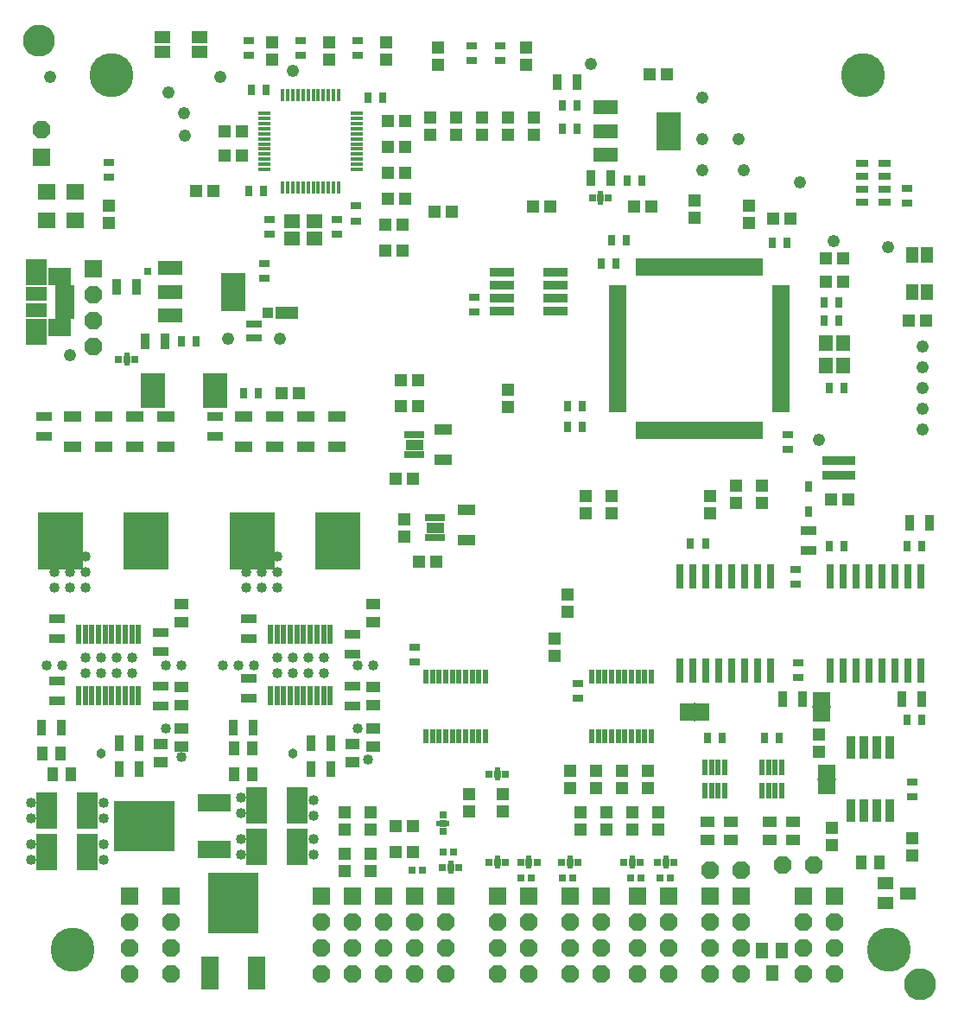
<source format=gbr>
G75*
%MOIN*%
%OFA0B0*%
%FSLAX25Y25*%
%IPPOS*%
%LPD*%
%AMOC8*
5,1,8,0,0,1.08239X$1,22.5*
%
%ADD10C,0.04800*%
%ADD11R,0.12611X0.03753*%
%ADD12R,0.04343X0.03162*%
%ADD13R,0.03162X0.04343*%
%ADD14R,0.03556X0.05918*%
%ADD15R,0.07099X0.04343*%
%ADD16R,0.08300X0.14300*%
%ADD17R,0.05918X0.03556*%
%ADD18R,0.02769X0.03162*%
%ADD19R,0.04737X0.06312*%
%ADD20R,0.06312X0.04737*%
%ADD21R,0.03400X0.08800*%
%ADD22R,0.03162X0.09461*%
%ADD23C,0.05000*%
%ADD24C,0.06706*%
%ADD25R,0.03162X0.03162*%
%ADD26R,0.02375X0.02375*%
%ADD27R,0.02965X0.02965*%
%ADD28R,0.17335X0.22454*%
%ADD29R,0.04737X0.05131*%
%ADD30R,0.05131X0.04737*%
%ADD31R,0.03950X0.05524*%
%ADD32R,0.05524X0.03950*%
%ADD33R,0.04934X0.06312*%
%ADD34R,0.06312X0.04934*%
%ADD35R,0.07100X0.05400*%
%ADD36R,0.07200X0.00600*%
%ADD37C,0.03800*%
%ADD38R,0.06706X0.01942*%
%ADD39R,0.01942X0.06706*%
%ADD40R,0.09500X0.03200*%
%ADD41R,0.01981X0.02572*%
%ADD42R,0.02454X0.05918*%
%ADD43R,0.05131X0.03162*%
%ADD44R,0.01902X0.02769*%
%ADD45R,0.01824X0.04737*%
%ADD46R,0.04737X0.01824*%
%ADD47R,0.02454X0.07808*%
%ADD48R,0.05524X0.06312*%
%ADD49R,0.06312X0.05524*%
%ADD50C,0.17005*%
%ADD51R,0.12611X0.07099*%
%ADD52R,0.23300X0.19800*%
%ADD53R,0.07099X0.12611*%
%ADD54R,0.19800X0.23300*%
%ADD55R,0.05400X0.07100*%
%ADD56R,0.00600X0.07200*%
%ADD57OC8,0.06800*%
%ADD58R,0.09304X0.13202*%
%ADD59R,0.02375X0.05524*%
%ADD60OC8,0.06706*%
%ADD61R,0.06706X0.06706*%
%ADD62R,0.03162X0.03950*%
%ADD63R,0.07099X0.06312*%
%ADD64R,0.09600X0.05600*%
%ADD65R,0.09461X0.14973*%
%ADD66R,0.08674X0.05131*%
%ADD67R,0.03950X0.03950*%
%ADD68R,0.07493X0.02532*%
%ADD69R,0.09068X0.06607*%
%ADD70R,0.08280X0.10150*%
%ADD71R,0.08280X0.05426*%
%ADD72C,0.04000*%
D10*
X0025333Y0251100D03*
X0086233Y0257600D03*
X0106233Y0257600D03*
X0069733Y0335800D03*
X0069333Y0344600D03*
X0063233Y0352600D03*
X0083233Y0358600D03*
X0111233Y0360900D03*
X0017833Y0358300D03*
X0226233Y0363300D03*
X0269233Y0350600D03*
X0269233Y0334600D03*
X0269233Y0322600D03*
X0285233Y0322600D03*
X0283233Y0334600D03*
X0307133Y0317900D03*
X0320133Y0295100D03*
X0341133Y0292700D03*
X0354233Y0254600D03*
X0354233Y0246600D03*
X0354233Y0238600D03*
X0354233Y0230600D03*
X0354233Y0222600D03*
X0314233Y0218600D03*
D11*
X0321957Y0210553D03*
X0321957Y0204647D03*
D12*
X0302233Y0214647D03*
X0302233Y0220553D03*
X0305233Y0168553D03*
X0305233Y0162647D03*
X0306233Y0132553D03*
X0306233Y0126647D03*
X0350233Y0086553D03*
X0350233Y0080647D03*
X0221233Y0118647D03*
X0221233Y0124553D03*
X0158233Y0132647D03*
X0158233Y0138553D03*
X0181233Y0267647D03*
X0181233Y0273553D03*
X0135633Y0302747D03*
X0135633Y0308653D03*
X0128233Y0303553D03*
X0128233Y0297647D03*
X0102233Y0297647D03*
X0102233Y0303553D03*
X0100233Y0286553D03*
X0100233Y0280647D03*
X0040233Y0319647D03*
X0040233Y0325553D03*
X0094233Y0366647D03*
X0094233Y0372553D03*
X0114233Y0372553D03*
X0114233Y0366647D03*
X0136233Y0366647D03*
X0136233Y0372553D03*
X0180233Y0370553D03*
X0180233Y0364647D03*
X0191233Y0364647D03*
X0191233Y0370553D03*
X0348233Y0315553D03*
X0348233Y0309647D03*
D13*
X0322186Y0271600D03*
X0316280Y0271600D03*
X0316280Y0264600D03*
X0322186Y0264600D03*
X0324186Y0238600D03*
X0318280Y0238600D03*
X0302186Y0294600D03*
X0296280Y0294600D03*
X0246186Y0318600D03*
X0240280Y0318600D03*
X0221186Y0338600D03*
X0215280Y0338600D03*
X0215280Y0347600D03*
X0221186Y0347600D03*
X0234280Y0295600D03*
X0240186Y0295600D03*
X0236186Y0286600D03*
X0230280Y0286600D03*
X0223186Y0231600D03*
X0217280Y0231600D03*
X0217280Y0223600D03*
X0223186Y0223600D03*
X0264680Y0178600D03*
X0270586Y0178600D03*
X0318280Y0177600D03*
X0324186Y0177600D03*
X0348280Y0177600D03*
X0354186Y0177600D03*
X0354186Y0110600D03*
X0348280Y0110600D03*
X0299186Y0103600D03*
X0293280Y0103600D03*
X0277186Y0103600D03*
X0271280Y0103600D03*
X0098186Y0236600D03*
X0092280Y0236600D03*
X0074186Y0256600D03*
X0068280Y0256600D03*
X0094280Y0314600D03*
X0100186Y0314600D03*
X0101186Y0353600D03*
X0095280Y0353600D03*
X0140280Y0350600D03*
X0146186Y0350600D03*
D14*
X0213493Y0356600D03*
X0220973Y0356600D03*
X0226493Y0319600D03*
X0233973Y0319600D03*
X0349493Y0186600D03*
X0356973Y0186600D03*
X0353973Y0118600D03*
X0346493Y0118600D03*
X0307973Y0118600D03*
X0300493Y0118600D03*
X0125973Y0101600D03*
X0118493Y0101600D03*
X0118493Y0091600D03*
X0125973Y0091600D03*
X0095973Y0107600D03*
X0088493Y0107600D03*
X0051973Y0101600D03*
X0051973Y0091600D03*
X0044493Y0091600D03*
X0044493Y0101600D03*
X0021973Y0107600D03*
X0014493Y0107600D03*
X0054493Y0256600D03*
X0061973Y0256600D03*
X0050973Y0277600D03*
X0043493Y0277600D03*
D15*
X0038233Y0227309D03*
X0038233Y0215891D03*
X0026233Y0215891D03*
X0026233Y0227309D03*
X0050233Y0227309D03*
X0050233Y0215891D03*
X0062233Y0215891D03*
X0062233Y0227309D03*
X0092233Y0227309D03*
X0092233Y0215891D03*
X0104233Y0215891D03*
X0104233Y0227309D03*
X0116233Y0227309D03*
X0116233Y0215891D03*
X0128233Y0215891D03*
X0128233Y0227309D03*
X0158233Y0216600D03*
X0169233Y0210891D03*
X0169233Y0222309D03*
X0178233Y0191309D03*
X0178233Y0179891D03*
X0166233Y0184600D03*
D16*
X0112983Y0077600D03*
X0097483Y0077600D03*
X0097483Y0061600D03*
X0112983Y0061600D03*
X0031983Y0059600D03*
X0016483Y0059600D03*
X0016483Y0075600D03*
X0031983Y0075600D03*
D17*
X0020233Y0117860D03*
X0020233Y0125340D03*
X0020233Y0141860D03*
X0020233Y0149340D03*
X0060233Y0144140D03*
X0060233Y0136660D03*
X0060233Y0123340D03*
X0060233Y0115860D03*
X0094233Y0118860D03*
X0094233Y0126340D03*
X0094233Y0141860D03*
X0094233Y0149340D03*
X0134233Y0143340D03*
X0134233Y0135860D03*
X0134233Y0123340D03*
X0134233Y0115860D03*
X0081233Y0219860D03*
X0081233Y0227340D03*
X0015233Y0227340D03*
X0015233Y0219860D03*
X0310233Y0183340D03*
X0310233Y0175860D03*
D18*
X0257002Y0049500D03*
X0253065Y0049500D03*
X0245602Y0049500D03*
X0241665Y0049500D03*
X0219202Y0049600D03*
X0215265Y0049600D03*
X0203202Y0049600D03*
X0199265Y0049600D03*
X0173202Y0059600D03*
X0169265Y0059600D03*
X0161202Y0052600D03*
X0157265Y0052600D03*
D19*
X0292493Y0021431D03*
X0299973Y0021431D03*
X0296233Y0012769D03*
D20*
X0339902Y0039860D03*
X0339902Y0047340D03*
X0348564Y0043600D03*
D21*
X0341733Y0075500D03*
X0336733Y0075500D03*
X0331733Y0075500D03*
X0326733Y0075500D03*
X0326733Y0099700D03*
X0331733Y0099700D03*
X0336733Y0099700D03*
X0341733Y0099700D03*
D22*
X0343733Y0129490D03*
X0338733Y0129490D03*
X0333733Y0129490D03*
X0328733Y0129490D03*
X0323733Y0129490D03*
X0318733Y0129490D03*
X0295733Y0129490D03*
X0290733Y0129490D03*
X0285733Y0129490D03*
X0280733Y0129490D03*
X0275733Y0129490D03*
X0270733Y0129490D03*
X0265733Y0129490D03*
X0260733Y0129490D03*
X0260733Y0165710D03*
X0265733Y0165710D03*
X0270733Y0165710D03*
X0275733Y0165710D03*
X0280733Y0165710D03*
X0285733Y0165710D03*
X0290733Y0165710D03*
X0295733Y0165710D03*
X0318733Y0165710D03*
X0323733Y0165710D03*
X0328733Y0165710D03*
X0333733Y0165710D03*
X0338733Y0165710D03*
X0343733Y0165710D03*
X0348733Y0165710D03*
X0353733Y0165710D03*
X0353733Y0129490D03*
X0348733Y0129490D03*
D23*
X0349668Y0008600D02*
X0349670Y0008719D01*
X0349676Y0008838D01*
X0349686Y0008957D01*
X0349700Y0009075D01*
X0349718Y0009193D01*
X0349739Y0009310D01*
X0349765Y0009426D01*
X0349795Y0009542D01*
X0349828Y0009656D01*
X0349865Y0009769D01*
X0349906Y0009881D01*
X0349951Y0009992D01*
X0349999Y0010101D01*
X0350051Y0010208D01*
X0350107Y0010313D01*
X0350166Y0010417D01*
X0350228Y0010518D01*
X0350294Y0010618D01*
X0350363Y0010715D01*
X0350435Y0010809D01*
X0350511Y0010902D01*
X0350589Y0010991D01*
X0350670Y0011078D01*
X0350755Y0011163D01*
X0350842Y0011244D01*
X0350931Y0011322D01*
X0351024Y0011398D01*
X0351118Y0011470D01*
X0351215Y0011539D01*
X0351315Y0011605D01*
X0351416Y0011667D01*
X0351520Y0011726D01*
X0351625Y0011782D01*
X0351732Y0011834D01*
X0351841Y0011882D01*
X0351952Y0011927D01*
X0352064Y0011968D01*
X0352177Y0012005D01*
X0352291Y0012038D01*
X0352407Y0012068D01*
X0352523Y0012094D01*
X0352640Y0012115D01*
X0352758Y0012133D01*
X0352876Y0012147D01*
X0352995Y0012157D01*
X0353114Y0012163D01*
X0353233Y0012165D01*
X0353352Y0012163D01*
X0353471Y0012157D01*
X0353590Y0012147D01*
X0353708Y0012133D01*
X0353826Y0012115D01*
X0353943Y0012094D01*
X0354059Y0012068D01*
X0354175Y0012038D01*
X0354289Y0012005D01*
X0354402Y0011968D01*
X0354514Y0011927D01*
X0354625Y0011882D01*
X0354734Y0011834D01*
X0354841Y0011782D01*
X0354946Y0011726D01*
X0355050Y0011667D01*
X0355151Y0011605D01*
X0355251Y0011539D01*
X0355348Y0011470D01*
X0355442Y0011398D01*
X0355535Y0011322D01*
X0355624Y0011244D01*
X0355711Y0011163D01*
X0355796Y0011078D01*
X0355877Y0010991D01*
X0355955Y0010902D01*
X0356031Y0010809D01*
X0356103Y0010715D01*
X0356172Y0010618D01*
X0356238Y0010518D01*
X0356300Y0010417D01*
X0356359Y0010313D01*
X0356415Y0010208D01*
X0356467Y0010101D01*
X0356515Y0009992D01*
X0356560Y0009881D01*
X0356601Y0009769D01*
X0356638Y0009656D01*
X0356671Y0009542D01*
X0356701Y0009426D01*
X0356727Y0009310D01*
X0356748Y0009193D01*
X0356766Y0009075D01*
X0356780Y0008957D01*
X0356790Y0008838D01*
X0356796Y0008719D01*
X0356798Y0008600D01*
X0356796Y0008481D01*
X0356790Y0008362D01*
X0356780Y0008243D01*
X0356766Y0008125D01*
X0356748Y0008007D01*
X0356727Y0007890D01*
X0356701Y0007774D01*
X0356671Y0007658D01*
X0356638Y0007544D01*
X0356601Y0007431D01*
X0356560Y0007319D01*
X0356515Y0007208D01*
X0356467Y0007099D01*
X0356415Y0006992D01*
X0356359Y0006887D01*
X0356300Y0006783D01*
X0356238Y0006682D01*
X0356172Y0006582D01*
X0356103Y0006485D01*
X0356031Y0006391D01*
X0355955Y0006298D01*
X0355877Y0006209D01*
X0355796Y0006122D01*
X0355711Y0006037D01*
X0355624Y0005956D01*
X0355535Y0005878D01*
X0355442Y0005802D01*
X0355348Y0005730D01*
X0355251Y0005661D01*
X0355151Y0005595D01*
X0355050Y0005533D01*
X0354946Y0005474D01*
X0354841Y0005418D01*
X0354734Y0005366D01*
X0354625Y0005318D01*
X0354514Y0005273D01*
X0354402Y0005232D01*
X0354289Y0005195D01*
X0354175Y0005162D01*
X0354059Y0005132D01*
X0353943Y0005106D01*
X0353826Y0005085D01*
X0353708Y0005067D01*
X0353590Y0005053D01*
X0353471Y0005043D01*
X0353352Y0005037D01*
X0353233Y0005035D01*
X0353114Y0005037D01*
X0352995Y0005043D01*
X0352876Y0005053D01*
X0352758Y0005067D01*
X0352640Y0005085D01*
X0352523Y0005106D01*
X0352407Y0005132D01*
X0352291Y0005162D01*
X0352177Y0005195D01*
X0352064Y0005232D01*
X0351952Y0005273D01*
X0351841Y0005318D01*
X0351732Y0005366D01*
X0351625Y0005418D01*
X0351520Y0005474D01*
X0351416Y0005533D01*
X0351315Y0005595D01*
X0351215Y0005661D01*
X0351118Y0005730D01*
X0351024Y0005802D01*
X0350931Y0005878D01*
X0350842Y0005956D01*
X0350755Y0006037D01*
X0350670Y0006122D01*
X0350589Y0006209D01*
X0350511Y0006298D01*
X0350435Y0006391D01*
X0350363Y0006485D01*
X0350294Y0006582D01*
X0350228Y0006682D01*
X0350166Y0006783D01*
X0350107Y0006887D01*
X0350051Y0006992D01*
X0349999Y0007099D01*
X0349951Y0007208D01*
X0349906Y0007319D01*
X0349865Y0007431D01*
X0349828Y0007544D01*
X0349795Y0007658D01*
X0349765Y0007774D01*
X0349739Y0007890D01*
X0349718Y0008007D01*
X0349700Y0008125D01*
X0349686Y0008243D01*
X0349676Y0008362D01*
X0349670Y0008481D01*
X0349668Y0008600D01*
X0009668Y0372600D02*
X0009670Y0372719D01*
X0009676Y0372838D01*
X0009686Y0372957D01*
X0009700Y0373075D01*
X0009718Y0373193D01*
X0009739Y0373310D01*
X0009765Y0373426D01*
X0009795Y0373542D01*
X0009828Y0373656D01*
X0009865Y0373769D01*
X0009906Y0373881D01*
X0009951Y0373992D01*
X0009999Y0374101D01*
X0010051Y0374208D01*
X0010107Y0374313D01*
X0010166Y0374417D01*
X0010228Y0374518D01*
X0010294Y0374618D01*
X0010363Y0374715D01*
X0010435Y0374809D01*
X0010511Y0374902D01*
X0010589Y0374991D01*
X0010670Y0375078D01*
X0010755Y0375163D01*
X0010842Y0375244D01*
X0010931Y0375322D01*
X0011024Y0375398D01*
X0011118Y0375470D01*
X0011215Y0375539D01*
X0011315Y0375605D01*
X0011416Y0375667D01*
X0011520Y0375726D01*
X0011625Y0375782D01*
X0011732Y0375834D01*
X0011841Y0375882D01*
X0011952Y0375927D01*
X0012064Y0375968D01*
X0012177Y0376005D01*
X0012291Y0376038D01*
X0012407Y0376068D01*
X0012523Y0376094D01*
X0012640Y0376115D01*
X0012758Y0376133D01*
X0012876Y0376147D01*
X0012995Y0376157D01*
X0013114Y0376163D01*
X0013233Y0376165D01*
X0013352Y0376163D01*
X0013471Y0376157D01*
X0013590Y0376147D01*
X0013708Y0376133D01*
X0013826Y0376115D01*
X0013943Y0376094D01*
X0014059Y0376068D01*
X0014175Y0376038D01*
X0014289Y0376005D01*
X0014402Y0375968D01*
X0014514Y0375927D01*
X0014625Y0375882D01*
X0014734Y0375834D01*
X0014841Y0375782D01*
X0014946Y0375726D01*
X0015050Y0375667D01*
X0015151Y0375605D01*
X0015251Y0375539D01*
X0015348Y0375470D01*
X0015442Y0375398D01*
X0015535Y0375322D01*
X0015624Y0375244D01*
X0015711Y0375163D01*
X0015796Y0375078D01*
X0015877Y0374991D01*
X0015955Y0374902D01*
X0016031Y0374809D01*
X0016103Y0374715D01*
X0016172Y0374618D01*
X0016238Y0374518D01*
X0016300Y0374417D01*
X0016359Y0374313D01*
X0016415Y0374208D01*
X0016467Y0374101D01*
X0016515Y0373992D01*
X0016560Y0373881D01*
X0016601Y0373769D01*
X0016638Y0373656D01*
X0016671Y0373542D01*
X0016701Y0373426D01*
X0016727Y0373310D01*
X0016748Y0373193D01*
X0016766Y0373075D01*
X0016780Y0372957D01*
X0016790Y0372838D01*
X0016796Y0372719D01*
X0016798Y0372600D01*
X0016796Y0372481D01*
X0016790Y0372362D01*
X0016780Y0372243D01*
X0016766Y0372125D01*
X0016748Y0372007D01*
X0016727Y0371890D01*
X0016701Y0371774D01*
X0016671Y0371658D01*
X0016638Y0371544D01*
X0016601Y0371431D01*
X0016560Y0371319D01*
X0016515Y0371208D01*
X0016467Y0371099D01*
X0016415Y0370992D01*
X0016359Y0370887D01*
X0016300Y0370783D01*
X0016238Y0370682D01*
X0016172Y0370582D01*
X0016103Y0370485D01*
X0016031Y0370391D01*
X0015955Y0370298D01*
X0015877Y0370209D01*
X0015796Y0370122D01*
X0015711Y0370037D01*
X0015624Y0369956D01*
X0015535Y0369878D01*
X0015442Y0369802D01*
X0015348Y0369730D01*
X0015251Y0369661D01*
X0015151Y0369595D01*
X0015050Y0369533D01*
X0014946Y0369474D01*
X0014841Y0369418D01*
X0014734Y0369366D01*
X0014625Y0369318D01*
X0014514Y0369273D01*
X0014402Y0369232D01*
X0014289Y0369195D01*
X0014175Y0369162D01*
X0014059Y0369132D01*
X0013943Y0369106D01*
X0013826Y0369085D01*
X0013708Y0369067D01*
X0013590Y0369053D01*
X0013471Y0369043D01*
X0013352Y0369037D01*
X0013233Y0369035D01*
X0013114Y0369037D01*
X0012995Y0369043D01*
X0012876Y0369053D01*
X0012758Y0369067D01*
X0012640Y0369085D01*
X0012523Y0369106D01*
X0012407Y0369132D01*
X0012291Y0369162D01*
X0012177Y0369195D01*
X0012064Y0369232D01*
X0011952Y0369273D01*
X0011841Y0369318D01*
X0011732Y0369366D01*
X0011625Y0369418D01*
X0011520Y0369474D01*
X0011416Y0369533D01*
X0011315Y0369595D01*
X0011215Y0369661D01*
X0011118Y0369730D01*
X0011024Y0369802D01*
X0010931Y0369878D01*
X0010842Y0369956D01*
X0010755Y0370037D01*
X0010670Y0370122D01*
X0010589Y0370209D01*
X0010511Y0370298D01*
X0010435Y0370391D01*
X0010363Y0370485D01*
X0010294Y0370582D01*
X0010228Y0370682D01*
X0010166Y0370783D01*
X0010107Y0370887D01*
X0010051Y0370992D01*
X0009999Y0371099D01*
X0009951Y0371208D01*
X0009906Y0371319D01*
X0009865Y0371431D01*
X0009828Y0371544D01*
X0009795Y0371658D01*
X0009765Y0371774D01*
X0009739Y0371890D01*
X0009718Y0372007D01*
X0009700Y0372125D01*
X0009686Y0372243D01*
X0009676Y0372362D01*
X0009670Y0372481D01*
X0009668Y0372600D01*
D24*
X0013233Y0372600D03*
X0353233Y0008600D03*
D25*
X0258383Y0055600D03*
X0252083Y0055600D03*
X0245383Y0055600D03*
X0239083Y0055600D03*
X0221383Y0055600D03*
X0215083Y0055600D03*
X0205583Y0055600D03*
X0199283Y0055600D03*
X0193383Y0055600D03*
X0187083Y0055600D03*
X0175383Y0053600D03*
X0169083Y0053600D03*
X0169233Y0067450D03*
X0169233Y0073750D03*
X0187083Y0089600D03*
X0193383Y0089600D03*
X0050383Y0249600D03*
X0044083Y0249600D03*
X0226883Y0311800D03*
X0233183Y0311800D03*
D26*
X0230033Y0313375D03*
X0230033Y0310225D03*
X0047233Y0251175D03*
X0047233Y0248025D03*
X0190233Y0091175D03*
X0190233Y0088025D03*
X0170808Y0070600D03*
X0167658Y0070600D03*
X0172233Y0055175D03*
X0172233Y0052025D03*
X0190233Y0054025D03*
X0190233Y0057175D03*
X0202433Y0057175D03*
X0202433Y0054025D03*
X0218233Y0054025D03*
X0218233Y0057175D03*
X0242233Y0057175D03*
X0242233Y0054025D03*
X0255233Y0054025D03*
X0255233Y0057175D03*
D27*
X0255233Y0055600D03*
X0242233Y0055600D03*
X0218233Y0055600D03*
X0202433Y0055600D03*
X0190233Y0055600D03*
X0172233Y0053600D03*
X0169233Y0070600D03*
X0190233Y0089600D03*
X0167808Y0184600D03*
X0164658Y0184600D03*
X0159808Y0216600D03*
X0156658Y0216600D03*
X0230033Y0311800D03*
X0055233Y0283600D03*
X0047233Y0249600D03*
D28*
X0054792Y0179600D03*
X0021715Y0179600D03*
X0095715Y0179600D03*
X0128792Y0179600D03*
D29*
X0154233Y0181254D03*
X0154233Y0187946D03*
X0194233Y0231254D03*
X0194233Y0237946D03*
X0224233Y0196946D03*
X0224233Y0190254D03*
X0234233Y0190254D03*
X0234233Y0196946D03*
X0272233Y0196946D03*
X0272233Y0190254D03*
X0282233Y0194254D03*
X0282233Y0200946D03*
X0292233Y0200946D03*
X0292233Y0194254D03*
X0217233Y0158946D03*
X0217233Y0152254D03*
X0212233Y0141946D03*
X0212233Y0135254D03*
X0218233Y0090946D03*
X0218233Y0084254D03*
X0228233Y0084254D03*
X0228233Y0090946D03*
X0238233Y0090946D03*
X0238233Y0084254D03*
X0248233Y0084254D03*
X0248233Y0090946D03*
X0252233Y0074946D03*
X0252233Y0068254D03*
X0242233Y0068254D03*
X0242233Y0074946D03*
X0232233Y0074946D03*
X0232233Y0068254D03*
X0222233Y0068254D03*
X0222233Y0074946D03*
X0192233Y0075254D03*
X0192233Y0081946D03*
X0179233Y0081946D03*
X0179233Y0075254D03*
X0141233Y0074946D03*
X0141233Y0068254D03*
X0141233Y0058946D03*
X0141233Y0052254D03*
X0131233Y0052254D03*
X0131233Y0058946D03*
X0131233Y0068254D03*
X0131233Y0074946D03*
X0314233Y0098254D03*
X0314233Y0104946D03*
X0319233Y0068946D03*
X0319233Y0062254D03*
X0350233Y0064946D03*
X0350233Y0058254D03*
X0287233Y0302254D03*
X0287233Y0308946D03*
X0266233Y0310946D03*
X0266233Y0304254D03*
X0204233Y0336254D03*
X0204233Y0342946D03*
X0194233Y0342946D03*
X0194233Y0336254D03*
X0184233Y0336254D03*
X0184233Y0342946D03*
X0174233Y0342946D03*
X0174233Y0336254D03*
X0164233Y0336254D03*
X0164233Y0342946D03*
X0167233Y0363254D03*
X0167233Y0369946D03*
X0147233Y0371746D03*
X0147233Y0365054D03*
X0125233Y0365054D03*
X0125233Y0371746D03*
X0103233Y0371746D03*
X0103233Y0365054D03*
X0040233Y0308946D03*
X0040233Y0302254D03*
X0201233Y0363254D03*
X0201233Y0369946D03*
D30*
X0248887Y0359600D03*
X0255580Y0359600D03*
X0249580Y0308600D03*
X0242887Y0308600D03*
X0210580Y0308600D03*
X0203887Y0308600D03*
X0172580Y0306600D03*
X0165887Y0306600D03*
X0154580Y0311600D03*
X0147887Y0311600D03*
X0147887Y0321600D03*
X0154580Y0321600D03*
X0154580Y0331600D03*
X0147887Y0331600D03*
X0147887Y0341600D03*
X0154580Y0341600D03*
X0153580Y0301600D03*
X0146887Y0301600D03*
X0146887Y0291600D03*
X0153580Y0291600D03*
X0152887Y0241600D03*
X0159580Y0241600D03*
X0159580Y0231600D03*
X0152887Y0231600D03*
X0150887Y0203600D03*
X0157580Y0203600D03*
X0159887Y0171600D03*
X0166580Y0171600D03*
X0113580Y0236600D03*
X0106887Y0236600D03*
X0080580Y0314600D03*
X0073887Y0314600D03*
X0084887Y0328000D03*
X0091580Y0328000D03*
X0091580Y0337600D03*
X0084887Y0337600D03*
X0296787Y0303700D03*
X0303480Y0303700D03*
X0316887Y0288600D03*
X0323580Y0288600D03*
X0323580Y0279600D03*
X0316887Y0279600D03*
X0348887Y0264600D03*
X0355580Y0264600D03*
X0325580Y0195600D03*
X0318887Y0195600D03*
X0157580Y0069600D03*
X0150887Y0069600D03*
X0150887Y0059600D03*
X0157580Y0059600D03*
D31*
X0095776Y0089600D03*
X0088690Y0089600D03*
X0088690Y0099600D03*
X0095776Y0099600D03*
X0025776Y0089600D03*
X0018690Y0089600D03*
X0021776Y0097600D03*
X0014690Y0097600D03*
X0330690Y0055600D03*
X0337776Y0055600D03*
D32*
X0304233Y0064057D03*
X0304233Y0071143D03*
X0295233Y0071143D03*
X0295233Y0064057D03*
X0280233Y0064057D03*
X0280233Y0071143D03*
X0271233Y0071143D03*
X0271233Y0064057D03*
X0142233Y0100057D03*
X0142233Y0107143D03*
X0134233Y0101143D03*
X0134233Y0094057D03*
X0142233Y0116057D03*
X0142233Y0123143D03*
X0142233Y0148057D03*
X0142233Y0155143D03*
X0068233Y0155143D03*
X0068233Y0148057D03*
X0068233Y0123143D03*
X0068233Y0116057D03*
X0068233Y0107143D03*
X0068233Y0100057D03*
X0060233Y0101143D03*
X0060233Y0094057D03*
D33*
X0350379Y0275513D03*
X0356087Y0275513D03*
X0356087Y0289687D03*
X0350379Y0289687D03*
D34*
X0075320Y0368146D03*
X0075320Y0373854D03*
X0061146Y0373854D03*
X0061146Y0368146D03*
D35*
X0315233Y0118600D03*
X0315233Y0112600D03*
X0317233Y0090600D03*
X0317233Y0084600D03*
D36*
X0317233Y0087600D03*
X0315233Y0115600D03*
D37*
X0111233Y0097600D03*
X0037233Y0097600D03*
D38*
X0236737Y0229978D03*
X0236737Y0231946D03*
X0236737Y0233915D03*
X0236737Y0235883D03*
X0236737Y0237852D03*
X0236737Y0239820D03*
X0236737Y0241789D03*
X0236737Y0243757D03*
X0236737Y0245726D03*
X0236737Y0247694D03*
X0236737Y0249663D03*
X0236737Y0251631D03*
X0236737Y0253600D03*
X0236737Y0255569D03*
X0236737Y0257537D03*
X0236737Y0259506D03*
X0236737Y0261474D03*
X0236737Y0263443D03*
X0236737Y0265411D03*
X0236737Y0267380D03*
X0236737Y0269348D03*
X0236737Y0271317D03*
X0236737Y0273285D03*
X0236737Y0275254D03*
X0236737Y0277222D03*
X0299729Y0277222D03*
X0299729Y0275254D03*
X0299729Y0273285D03*
X0299729Y0271317D03*
X0299729Y0269348D03*
X0299729Y0267380D03*
X0299729Y0265411D03*
X0299729Y0263443D03*
X0299729Y0261474D03*
X0299729Y0259506D03*
X0299729Y0257537D03*
X0299729Y0255569D03*
X0299729Y0253600D03*
X0299729Y0251631D03*
X0299729Y0249663D03*
X0299729Y0247694D03*
X0299729Y0245726D03*
X0299729Y0243757D03*
X0299729Y0241789D03*
X0299729Y0239820D03*
X0299729Y0237852D03*
X0299729Y0235883D03*
X0299729Y0233915D03*
X0299729Y0231946D03*
X0299729Y0229978D03*
D39*
X0291855Y0222104D03*
X0289887Y0222104D03*
X0287918Y0222104D03*
X0285950Y0222104D03*
X0283981Y0222104D03*
X0282013Y0222104D03*
X0280044Y0222104D03*
X0278076Y0222104D03*
X0276107Y0222104D03*
X0274139Y0222104D03*
X0272170Y0222104D03*
X0270202Y0222104D03*
X0268233Y0222104D03*
X0266265Y0222104D03*
X0264296Y0222104D03*
X0262328Y0222104D03*
X0260359Y0222104D03*
X0258391Y0222104D03*
X0256422Y0222104D03*
X0254454Y0222104D03*
X0252485Y0222104D03*
X0250517Y0222104D03*
X0248548Y0222104D03*
X0246580Y0222104D03*
X0244611Y0222104D03*
X0244611Y0285096D03*
X0246580Y0285096D03*
X0248548Y0285096D03*
X0250517Y0285096D03*
X0252485Y0285096D03*
X0254454Y0285096D03*
X0256422Y0285096D03*
X0258391Y0285096D03*
X0260359Y0285096D03*
X0262328Y0285096D03*
X0264296Y0285096D03*
X0266265Y0285096D03*
X0268233Y0285096D03*
X0270202Y0285096D03*
X0272170Y0285096D03*
X0274139Y0285096D03*
X0276107Y0285096D03*
X0278076Y0285096D03*
X0280044Y0285096D03*
X0282013Y0285096D03*
X0283981Y0285096D03*
X0285950Y0285096D03*
X0287918Y0285096D03*
X0289887Y0285096D03*
X0291855Y0285096D03*
D40*
X0212533Y0283100D03*
X0212533Y0278100D03*
X0212533Y0273100D03*
X0212533Y0268100D03*
X0191933Y0268100D03*
X0191933Y0273100D03*
X0191933Y0278100D03*
X0191933Y0283100D03*
D41*
X0098202Y0263257D03*
X0096233Y0263257D03*
X0094265Y0263257D03*
X0094265Y0257943D03*
X0096233Y0257943D03*
X0098202Y0257943D03*
D42*
X0270394Y0092226D03*
X0272954Y0092226D03*
X0275513Y0092226D03*
X0278072Y0092226D03*
X0278072Y0082974D03*
X0275513Y0082974D03*
X0272954Y0082974D03*
X0270394Y0082974D03*
X0292394Y0082974D03*
X0294954Y0082974D03*
X0297513Y0082974D03*
X0300072Y0082974D03*
X0300072Y0092226D03*
X0297513Y0092226D03*
X0294954Y0092226D03*
X0292394Y0092226D03*
D43*
X0330902Y0310218D03*
X0330902Y0315139D03*
X0330902Y0320061D03*
X0330902Y0324982D03*
X0339564Y0324982D03*
X0339564Y0320061D03*
X0339564Y0315139D03*
X0339564Y0310218D03*
D44*
X0169186Y0188340D03*
X0167217Y0188340D03*
X0165249Y0188340D03*
X0163280Y0188340D03*
X0163280Y0180860D03*
X0165249Y0180860D03*
X0167217Y0180860D03*
X0169186Y0180860D03*
X0161186Y0212860D03*
X0159217Y0212860D03*
X0157249Y0212860D03*
X0155280Y0212860D03*
X0155280Y0220340D03*
X0157249Y0220340D03*
X0159217Y0220340D03*
X0161186Y0220340D03*
D45*
X0129060Y0315883D03*
X0127091Y0315883D03*
X0125123Y0315883D03*
X0123154Y0315883D03*
X0121186Y0315883D03*
X0119217Y0315883D03*
X0117249Y0315883D03*
X0115280Y0315883D03*
X0113312Y0315883D03*
X0111343Y0315883D03*
X0109375Y0315883D03*
X0107406Y0315883D03*
X0107406Y0351317D03*
X0109375Y0351317D03*
X0111343Y0351317D03*
X0113312Y0351317D03*
X0115280Y0351317D03*
X0117249Y0351317D03*
X0119217Y0351317D03*
X0121186Y0351317D03*
X0123154Y0351317D03*
X0125123Y0351317D03*
X0127091Y0351317D03*
X0129060Y0351317D03*
D46*
X0135950Y0344427D03*
X0135950Y0342458D03*
X0135950Y0340490D03*
X0135950Y0338521D03*
X0135950Y0336553D03*
X0135950Y0334584D03*
X0135950Y0332616D03*
X0135950Y0330647D03*
X0135950Y0328679D03*
X0135950Y0326710D03*
X0135950Y0324742D03*
X0135950Y0322773D03*
X0100517Y0322773D03*
X0100517Y0324742D03*
X0100517Y0326710D03*
X0100517Y0328679D03*
X0100517Y0330647D03*
X0100517Y0332616D03*
X0100517Y0334584D03*
X0100517Y0336553D03*
X0100517Y0338521D03*
X0100517Y0340490D03*
X0100517Y0342458D03*
X0100517Y0344427D03*
D47*
X0102690Y0143313D03*
X0105253Y0143313D03*
X0107839Y0143313D03*
X0110379Y0143330D03*
X0112965Y0143330D03*
X0115505Y0143330D03*
X0118091Y0143313D03*
X0120650Y0143313D03*
X0123209Y0143313D03*
X0125769Y0143313D03*
X0125765Y0119868D03*
X0123198Y0119868D03*
X0120631Y0119868D03*
X0118068Y0119887D03*
X0115509Y0119887D03*
X0112950Y0119887D03*
X0110391Y0119887D03*
X0107831Y0119887D03*
X0105272Y0119887D03*
X0102713Y0119887D03*
X0051765Y0119868D03*
X0049198Y0119868D03*
X0046631Y0119868D03*
X0044068Y0119887D03*
X0041509Y0119887D03*
X0038950Y0119887D03*
X0036391Y0119887D03*
X0033831Y0119887D03*
X0031272Y0119887D03*
X0028713Y0119887D03*
X0028690Y0143313D03*
X0031253Y0143313D03*
X0033839Y0143313D03*
X0036379Y0143330D03*
X0038965Y0143330D03*
X0041505Y0143330D03*
X0044091Y0143313D03*
X0046650Y0143313D03*
X0049209Y0143313D03*
X0051769Y0143313D03*
D48*
X0316887Y0247269D03*
X0323580Y0247269D03*
X0323580Y0255931D03*
X0316887Y0255931D03*
D49*
X0119564Y0296254D03*
X0119564Y0302946D03*
X0110902Y0302946D03*
X0110902Y0296254D03*
D50*
X0026312Y0021679D03*
X0341272Y0021679D03*
X0331430Y0359080D03*
X0041272Y0359080D03*
D51*
X0081139Y0078576D03*
X0081139Y0060624D03*
D52*
X0053981Y0069600D03*
D53*
X0079257Y0012694D03*
X0097209Y0012694D03*
D54*
X0088233Y0039852D03*
D55*
X0263233Y0113600D03*
X0269233Y0113600D03*
D56*
X0266233Y0113600D03*
D57*
X0272233Y0052600D03*
X0284233Y0052600D03*
X0300233Y0054600D03*
X0312233Y0054600D03*
D58*
X0081241Y0237600D03*
X0057225Y0237600D03*
D59*
X0162717Y0127017D03*
X0165276Y0127017D03*
X0167835Y0127017D03*
X0170394Y0127017D03*
X0172954Y0127017D03*
X0175513Y0127017D03*
X0178072Y0127017D03*
X0180631Y0127017D03*
X0183190Y0127017D03*
X0185749Y0127017D03*
X0185749Y0104183D03*
X0183190Y0104183D03*
X0180631Y0104183D03*
X0178072Y0104183D03*
X0175513Y0104183D03*
X0172954Y0104183D03*
X0170394Y0104183D03*
X0167835Y0104183D03*
X0165276Y0104183D03*
X0162717Y0104183D03*
X0226717Y0104183D03*
X0229276Y0104183D03*
X0231835Y0104183D03*
X0234394Y0104183D03*
X0236954Y0104183D03*
X0239513Y0104183D03*
X0242072Y0104183D03*
X0244631Y0104183D03*
X0247190Y0104183D03*
X0249749Y0104183D03*
X0249749Y0127017D03*
X0247190Y0127017D03*
X0244631Y0127017D03*
X0242072Y0127017D03*
X0239513Y0127017D03*
X0236954Y0127017D03*
X0234394Y0127017D03*
X0231835Y0127017D03*
X0229276Y0127017D03*
X0226717Y0127017D03*
D60*
X0230233Y0032600D03*
X0230233Y0022600D03*
X0230233Y0012600D03*
X0244233Y0012600D03*
X0244233Y0022600D03*
X0244233Y0032600D03*
X0256233Y0032600D03*
X0256233Y0022600D03*
X0256233Y0012600D03*
X0272233Y0012600D03*
X0272233Y0022600D03*
X0272233Y0032600D03*
X0284233Y0032600D03*
X0284233Y0022600D03*
X0284233Y0012600D03*
X0308233Y0012600D03*
X0308233Y0022600D03*
X0308233Y0032600D03*
X0320233Y0032600D03*
X0320233Y0022600D03*
X0320233Y0012600D03*
X0218233Y0012600D03*
X0218233Y0022600D03*
X0218233Y0032600D03*
X0202233Y0032600D03*
X0202233Y0022600D03*
X0202233Y0012600D03*
X0190233Y0012600D03*
X0190233Y0022600D03*
X0190233Y0032600D03*
X0170233Y0032600D03*
X0170233Y0022600D03*
X0170233Y0012600D03*
X0158233Y0012600D03*
X0158233Y0022600D03*
X0158233Y0032600D03*
X0146233Y0032600D03*
X0146233Y0022600D03*
X0146233Y0012600D03*
X0134233Y0012600D03*
X0134233Y0022600D03*
X0134233Y0032600D03*
X0122233Y0032600D03*
X0122233Y0022600D03*
X0122233Y0012600D03*
X0064233Y0012600D03*
X0064233Y0022600D03*
X0064233Y0032600D03*
X0048233Y0032600D03*
X0048233Y0022600D03*
X0048233Y0012600D03*
X0034233Y0254600D03*
X0034233Y0264600D03*
X0034233Y0274600D03*
X0014233Y0338100D03*
D61*
X0014233Y0327600D03*
X0034233Y0284600D03*
X0048233Y0042600D03*
X0064233Y0042600D03*
X0122233Y0042600D03*
X0134233Y0042600D03*
X0146233Y0042600D03*
X0158233Y0042600D03*
X0170233Y0042600D03*
X0190233Y0042600D03*
X0202233Y0042600D03*
X0218233Y0042600D03*
X0230233Y0042600D03*
X0244233Y0042600D03*
X0256233Y0042600D03*
X0272233Y0042600D03*
X0284233Y0042600D03*
X0308233Y0042600D03*
X0320233Y0042600D03*
D62*
X0310233Y0190679D03*
X0310233Y0200521D03*
D63*
X0027233Y0303088D03*
X0027233Y0314112D03*
X0016233Y0314112D03*
X0016233Y0303088D03*
D64*
X0064033Y0284700D03*
X0064033Y0275600D03*
X0064033Y0266500D03*
X0232033Y0328500D03*
X0232033Y0337600D03*
X0232033Y0346700D03*
D65*
X0256434Y0337600D03*
X0088434Y0275600D03*
D66*
X0109154Y0267600D03*
D67*
X0101674Y0267600D03*
D68*
X0023257Y0266482D03*
X0023257Y0269041D03*
X0023257Y0271600D03*
X0023257Y0274159D03*
X0023257Y0276718D03*
D69*
X0021288Y0281443D03*
X0021288Y0261757D03*
D70*
X0012233Y0259986D03*
X0012233Y0283214D03*
D71*
X0012233Y0274897D03*
X0012233Y0268303D03*
D72*
X0019233Y0173600D03*
X0019233Y0167600D03*
X0025233Y0167600D03*
X0025233Y0173600D03*
X0031233Y0173600D03*
X0031233Y0167600D03*
X0031233Y0161600D03*
X0025233Y0161600D03*
X0019233Y0161600D03*
X0031233Y0134600D03*
X0031233Y0128600D03*
X0037233Y0128600D03*
X0037233Y0134600D03*
X0043233Y0134600D03*
X0043233Y0128600D03*
X0049233Y0128600D03*
X0049233Y0134600D03*
X0062233Y0131600D03*
X0068233Y0131600D03*
X0084233Y0131600D03*
X0090233Y0131600D03*
X0096233Y0131600D03*
X0105233Y0128600D03*
X0105233Y0134600D03*
X0111233Y0134600D03*
X0111233Y0128600D03*
X0117233Y0128600D03*
X0117233Y0134600D03*
X0123233Y0134600D03*
X0123233Y0128600D03*
X0136233Y0131600D03*
X0142233Y0131600D03*
X0136233Y0107100D03*
X0140233Y0095100D03*
X0119233Y0079600D03*
X0119233Y0073600D03*
X0119233Y0064600D03*
X0119233Y0058600D03*
X0091233Y0058600D03*
X0091233Y0064600D03*
X0091233Y0074600D03*
X0091233Y0080600D03*
X0068233Y0096100D03*
X0062233Y0107100D03*
X0038233Y0078600D03*
X0038233Y0072600D03*
X0038233Y0062600D03*
X0038233Y0056600D03*
X0010233Y0056600D03*
X0010233Y0062600D03*
X0010233Y0072600D03*
X0010233Y0078600D03*
X0016233Y0131600D03*
X0022233Y0131600D03*
X0093233Y0161600D03*
X0099233Y0161600D03*
X0099233Y0167600D03*
X0093233Y0167600D03*
X0093233Y0173600D03*
X0099233Y0173600D03*
X0105233Y0173600D03*
X0105233Y0167600D03*
X0105233Y0161600D03*
M02*

</source>
